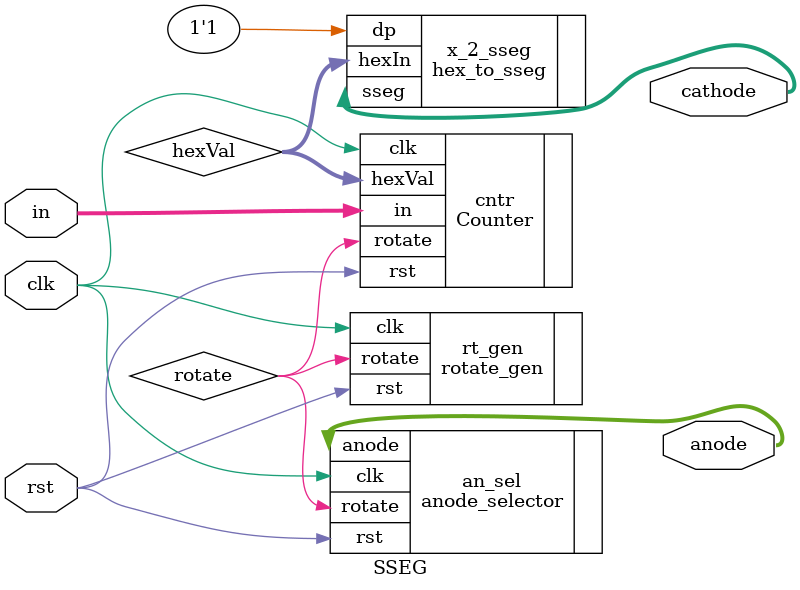
<source format=v>
`timescale 1ns / 1ps


module SSEG(
    input clk, rst,
    input [31:0] in,
    output [7:0] anode, 
    output [7:0] cathode
    );
    wire rotate;
    wire [3:0]hexVal;
    
    rotate_gen rt_gen(.clk(clk), .rst(rst), .rotate(rotate));
    anode_selector an_sel(.clk(clk), .rst(rst), .rotate(rotate), .anode(anode));
    Counter cntr(.clk(clk), .rst(rst), .rotate(rotate), .in(in), .hexVal(hexVal));
    hex_to_sseg x_2_sseg(.hexIn(hexVal), .dp(1'b1), .sseg(cathode));
endmodule

</source>
